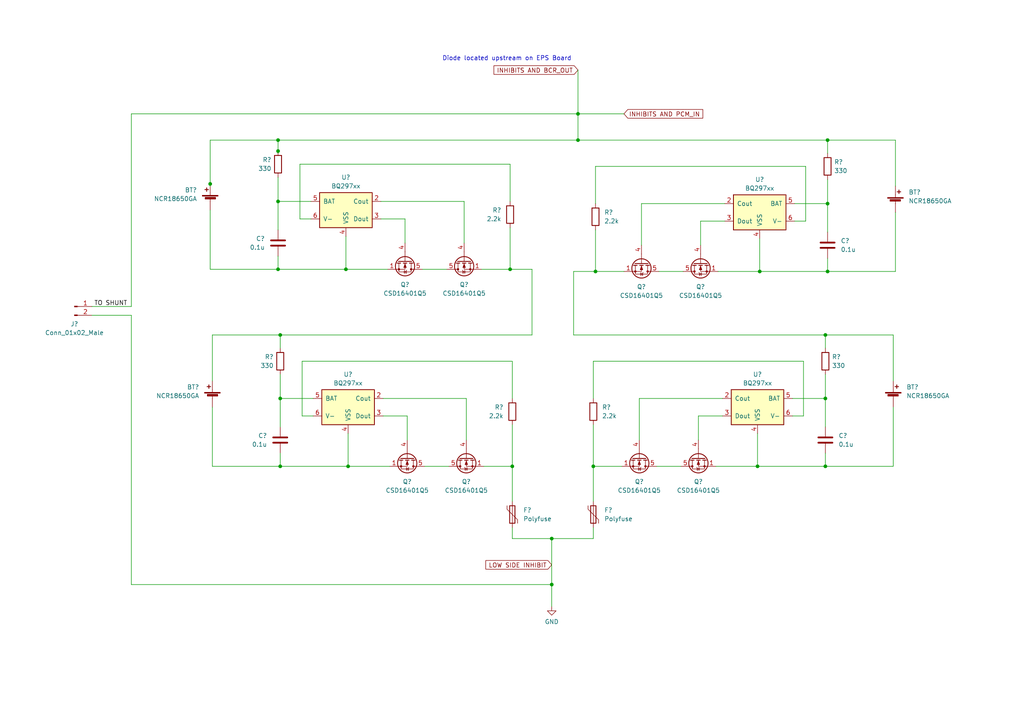
<source format=kicad_sch>
(kicad_sch (version 20211123) (generator eeschema)
  (paper "A4")
  (lib_symbols
    (symbol "Battery_Management:BQ297xy" (pin_names (offset 1.016))
      (property "Reference" "U" (at -6.35 6.35 0))
      (property "Value" "BQ297xy" (at 5.08 -6.35 0))
      (symbol "BQ297xy_0_1"
        (rectangle (start -7.62 5.08) (end 7.62 -5.08) (stroke (width 0.254)) (fill (type background)))
      )
      (symbol "BQ297xy_1_1"
        (pin no_connect line (at 7.62 0 180) (length 2.54) hide (name "NC") (number "1"))
        (pin output line (at 10.16 2.54 180) (length 2.54) (name "Cout") (number "2"))
        (pin output line (at 10.16 -2.54 180) (length 2.54) (name "Dout") (number "3"))
        (pin power_in line (at 0 -7.62 90) (length 2.54) (name "VSS") (number "4"))
        (pin input line (at -10.16 2.54 0) (length 2.54) (name "BAT") (number "5"))
        (pin input line (at -10.16 -2.54 0) (length 2.54) (name "V-") (number "6"))
      )
    )
    (symbol "Connector:Conn_01x02_Male" (pin_names (offset 1.016) hide)
      (property "Reference" "J" (at 0 2.54 0))
      (property "Value" "Conn_01x02_Male" (at 0 -5.08 0))
      (symbol "Conn_01x02_Male_1_1"
        (polyline (pts (xy 1.27 -2.54) (xy 0.8636 -2.54)) (stroke (width 0.1524)))
        (polyline (pts (xy 1.27 0) (xy 0.8636 0)) (stroke (width 0.1524)))
        (rectangle (start 0.8636 -2.413) (end 0 -2.667) (stroke (width 0.1524)) (fill (type outline)))
        (rectangle (start 0.8636 0.127) (end 0 -0.127) (stroke (width 0.1524)) (fill (type outline)))
        (pin passive line (at 5.08 0 180) (length 3.81) (name "Pin_1") (number "1"))
        (pin passive line (at 5.08 -2.54 180) (length 3.81) (name "Pin_2") (number "2"))
      )
    )
    (symbol "Device:Battery_Cell" (pin_numbers hide) (pin_names (offset 0) hide)
      (property "Reference" "BT" (at 2.54 2.54 0))
      (property "Value" "Battery_Cell" (at 2.54 0 0))
      (symbol "Battery_Cell_0_1"
        (rectangle (start -2.286 1.778) (end 2.286 1.524) (fill (type outline)))
        (rectangle (start -1.5748 1.1938) (end 1.4732 0.6858) (fill (type outline)))
        (polyline (pts (xy 0 0.762) (xy 0 0)))
        (polyline (pts (xy 0 1.778) (xy 0 2.54)))
        (polyline (pts (xy 0.508 3.429) (xy 1.524 3.429)) (stroke (width 0.254)))
        (polyline (pts (xy 1.016 3.937) (xy 1.016 2.921)) (stroke (width 0.254)))
      )
      (symbol "Battery_Cell_1_1"
        (pin passive line (at 0 5.08 270) (length 2.54) (name "+") (number "1"))
        (pin passive line (at 0 -2.54 90) (length 2.54) (name "-") (number "2"))
      )
    )
    (symbol "Device:C" (pin_numbers hide) (pin_names (offset 0.254))
      (property "Reference" "C" (at 0.635 2.54 0))
      (property "Value" "C" (at 0.635 -2.54 0))
      (symbol "C_0_1"
        (polyline (pts (xy -2.032 -0.762) (xy 2.032 -0.762)) (stroke (width 0.508)))
        (polyline (pts (xy -2.032 0.762) (xy 2.032 0.762)) (stroke (width 0.508)))
      )
      (symbol "C_1_1"
        (pin passive line (at 0 3.81 270) (length 2.794) (name "~") (number "1"))
        (pin passive line (at 0 -3.81 90) (length 2.794) (name "~") (number "2"))
      )
    )
    (symbol "Device:Polyfuse" (pin_numbers hide) (pin_names (offset 0))
      (property "Reference" "F" (at -2.54 0 90))
      (property "Value" "Polyfuse" (at 2.54 0 90))
      (symbol "Polyfuse_0_1"
        (rectangle (start -0.762 2.54) (end 0.762 -2.54) (stroke (width 0.254)))
        (polyline (pts (xy 0 2.54) (xy 0 -2.54)))
        (polyline (pts (xy -1.524 2.54) (xy -1.524 1.524) (xy 1.524 -1.524) (xy 1.524 -2.54)))
      )
      (symbol "Polyfuse_1_1"
        (pin passive line (at 0 3.81 270) (length 1.27) (name "~") (number "1"))
        (pin passive line (at 0 -3.81 90) (length 1.27) (name "~") (number "2"))
      )
    )
    (symbol "Device:R" (pin_numbers hide) (pin_names (offset 0))
      (property "Reference" "R" (at 2.032 0 90))
      (property "Value" "R" (at 0 0 90))
      (symbol "R_0_1"
        (rectangle (start -1.016 -2.54) (end 1.016 2.54) (stroke (width 0.254)))
      )
      (symbol "R_1_1"
        (pin passive line (at 0 3.81 270) (length 1.27) (name "~") (number "1"))
        (pin passive line (at 0 -3.81 90) (length 1.27) (name "~") (number "2"))
      )
    )
    (symbol "Transistor_FET:CSD16401Q5" (pin_names hide)
      (property "Reference" "Q" (at 5.08 1.905 0))
      (property "Value" "CSD16401Q5" (at 5.08 0 0))
      (symbol "CSD16401Q5_0_1"
        (polyline (pts (xy 0.254 0) (xy -2.54 0)))
        (polyline (pts (xy 0.254 1.905) (xy 0.254 -1.905)) (stroke (width 0.254)))
        (polyline (pts (xy 0.762 -1.27) (xy 0.762 -2.286)) (stroke (width 0.254)))
        (polyline (pts (xy 0.762 0.508) (xy 0.762 -0.508)) (stroke (width 0.254)))
        (polyline (pts (xy 0.762 2.286) (xy 0.762 1.27)) (stroke (width 0.254)))
        (polyline (pts (xy 2.54 2.54) (xy 2.54 1.778)))
        (polyline (pts (xy 2.54 -2.54) (xy 2.54 0) (xy 0.762 0)))
        (polyline (pts (xy 0.762 -1.778) (xy 3.302 -1.778) (xy 3.302 1.778) (xy 0.762 1.778)))
        (polyline (pts (xy 1.016 0) (xy 2.032 0.381) (xy 2.032 -0.381) (xy 1.016 0)) (fill (type outline)))
        (polyline (pts (xy 2.794 0.508) (xy 2.921 0.381) (xy 3.683 0.381) (xy 3.81 0.254)))
        (polyline (pts (xy 3.302 0.381) (xy 2.921 -0.254) (xy 3.683 -0.254) (xy 3.302 0.381)))
        (circle (center 1.651 0) (radius 2.794) (stroke (width 0.254)))
        (circle (center 2.54 -1.778) (radius 0.254) (fill (type outline)))
        (circle (center 2.54 1.778) (radius 0.254) (fill (type outline)))
      )
      (symbol "CSD16401Q5_1_1"
        (pin passive line (at 2.54 -5.08 90) (length 2.54) (name "S") (number "1"))
        (pin passive line (at 2.54 -5.08 90) (length 2.54) hide (name "S") (number "2"))
        (pin passive line (at 2.54 -5.08 90) (length 2.54) hide (name "S") (number "3"))
        (pin passive line (at -5.08 0 0) (length 2.54) (name "G") (number "4"))
        (pin passive line (at 2.54 5.08 270) (length 2.54) (name "D") (number "5"))
      )
    )
    (symbol "power:GND" (power) (pin_names (offset 0))
      (property "Value" "GND" (at 0 -3.81 0))
      (symbol "GND_0_1"
        (polyline (pts (xy 0 0) (xy 0 -1.27) (xy 1.27 -1.27) (xy 0 -2.54) (xy -1.27 -1.27) (xy 0 -1.27)))
      )
      (symbol "GND_1_1"
        (pin power_in line (at 0 0 270) (length 0) hide (name "GND") (number "1"))
      )
    )
  )
  (junction (at 239.395 115.57))
  (junction (at 240.03 59.055))
  (junction (at 81.28 115.57))
  (junction (at 172.085 135.255))
  (junction (at 240.03 78.74))
  (junction (at 160.02 156.21))
  (junction (at 219.71 135.255))
  (junction (at 80.645 43.815))
  (junction (at 160.02 169.545))
  (junction (at 167.64 33.02))
  (junction (at 148.59 135.255))
  (junction (at 167.64 40.64))
  (junction (at 81.28 97.155))
  (junction (at 80.645 78.105))
  (junction (at 240.03 40.64))
  (junction (at 147.955 78.105))
  (junction (at 100.965 135.255))
  (junction (at 60.96 53.34))
  (junction (at 100.33 78.105))
  (junction (at 239.395 97.155))
  (junction (at 239.395 135.255))
  (junction (at 81.28 135.255))
  (junction (at 80.645 40.64))
  (junction (at 220.345 78.74))
  (junction (at 172.72 78.74))
  (junction (at 80.645 58.42))
  (wire (pts (xy 100.33 68.58) (xy 100.33 78.105)))
  (wire (pts (xy 60.96 78.105) (xy 80.645 78.105)))
  (wire (pts (xy 87.63 120.65) (xy 90.805 120.65)))
  (wire (pts (xy 110.49 58.42) (xy 134.62 58.42)))
  (wire (pts (xy 209.55 115.57) (xy 185.42 115.57)))
  (wire (pts (xy 61.595 135.255) (xy 81.28 135.255)))
  (wire (pts (xy 172.72 78.74) (xy 180.975 78.74)))
  (wire (pts (xy 80.645 40.64) (xy 167.64 40.64)))
  (wire (pts (xy 259.715 40.64) (xy 240.03 40.64)))
  (wire (pts (xy 148.59 135.255) (xy 140.335 135.255)))
  (wire (pts (xy 90.805 115.57) (xy 81.28 115.57)))
  (wire (pts (xy 240.03 59.055) (xy 240.03 67.31)))
  (wire (pts (xy 167.64 20.32) (xy 167.64 33.02)))
  (wire (pts (xy 111.125 115.57) (xy 135.255 115.57)))
  (wire (pts (xy 191.135 78.74) (xy 198.12 78.74)))
  (wire (pts (xy 210.185 64.135) (xy 203.2 64.135)))
  (wire (pts (xy 207.645 135.255) (xy 219.71 135.255)))
  (wire (pts (xy 167.64 33.02) (xy 180.975 33.02)))
  (wire (pts (xy 81.28 115.57) (xy 81.28 123.825)))
  (wire (pts (xy 81.28 131.445) (xy 81.28 135.255)))
  (wire (pts (xy 80.645 74.295) (xy 80.645 78.105)))
  (wire (pts (xy 208.28 78.74) (xy 220.345 78.74)))
  (wire (pts (xy 112.395 78.105) (xy 100.33 78.105)))
  (wire (pts (xy 100.965 135.255) (xy 81.28 135.255)))
  (wire (pts (xy 233.68 64.135) (xy 230.505 64.135)))
  (wire (pts (xy 81.28 97.155) (xy 81.28 100.965)))
  (wire (pts (xy 172.085 135.255) (xy 172.085 145.415)))
  (wire (pts (xy 100.965 125.73) (xy 100.965 135.255)))
  (wire (pts (xy 154.305 78.105) (xy 154.305 97.155)))
  (wire (pts (xy 172.085 156.21) (xy 160.02 156.21)))
  (wire (pts (xy 172.72 66.675) (xy 172.72 78.74)))
  (wire (pts (xy 38.1 169.545) (xy 160.02 169.545)))
  (wire (pts (xy 60.96 40.64) (xy 60.96 53.34)))
  (wire (pts (xy 26.67 88.9) (xy 38.1 88.9)))
  (wire (pts (xy 80.645 58.42) (xy 80.645 66.675)))
  (wire (pts (xy 172.085 123.19) (xy 172.085 135.255)))
  (wire (pts (xy 240.03 74.93) (xy 240.03 78.74)))
  (wire (pts (xy 259.08 135.255) (xy 239.395 135.255)))
  (wire (pts (xy 209.55 120.65) (xy 202.565 120.65)))
  (wire (pts (xy 172.085 115.57) (xy 172.085 104.775)))
  (wire (pts (xy 172.085 153.035) (xy 172.085 156.21)))
  (wire (pts (xy 154.305 78.105) (xy 147.955 78.105)))
  (wire (pts (xy 202.565 120.65) (xy 202.565 127.635)))
  (wire (pts (xy 148.59 115.57) (xy 148.59 104.775)))
  (wire (pts (xy 230.505 59.055) (xy 240.03 59.055)))
  (wire (pts (xy 166.37 97.155) (xy 239.395 97.155)))
  (wire (pts (xy 160.02 156.21) (xy 160.02 169.545)))
  (wire (pts (xy 81.28 108.585) (xy 81.28 115.57)))
  (wire (pts (xy 210.185 59.055) (xy 186.055 59.055)))
  (wire (pts (xy 61.595 118.11) (xy 61.595 135.255)))
  (wire (pts (xy 61.595 97.155) (xy 81.28 97.155)))
  (wire (pts (xy 220.345 78.74) (xy 240.03 78.74)))
  (wire (pts (xy 166.37 78.74) (xy 172.72 78.74)))
  (wire (pts (xy 259.715 78.74) (xy 240.03 78.74)))
  (wire (pts (xy 172.72 48.26) (xy 233.68 48.26)))
  (wire (pts (xy 86.995 47.625) (xy 86.995 63.5)))
  (wire (pts (xy 233.045 104.775) (xy 233.045 120.65)))
  (wire (pts (xy 239.395 108.585) (xy 239.395 115.57)))
  (wire (pts (xy 129.54 78.105) (xy 122.555 78.105)))
  (wire (pts (xy 90.17 58.42) (xy 80.645 58.42)))
  (wire (pts (xy 147.955 66.04) (xy 147.955 78.105)))
  (wire (pts (xy 60.96 40.64) (xy 80.645 40.64)))
  (wire (pts (xy 148.59 104.775) (xy 87.63 104.775)))
  (wire (pts (xy 259.08 118.11) (xy 259.08 135.255)))
  (wire (pts (xy 185.42 115.57) (xy 185.42 127.635)))
  (wire (pts (xy 110.49 63.5) (xy 117.475 63.5)))
  (wire (pts (xy 38.1 91.44) (xy 38.1 169.545)))
  (wire (pts (xy 167.64 40.64) (xy 240.03 40.64)))
  (wire (pts (xy 148.59 153.035) (xy 148.59 156.21)))
  (wire (pts (xy 148.59 156.21) (xy 160.02 156.21)))
  (wire (pts (xy 239.395 115.57) (xy 239.395 123.825)))
  (wire (pts (xy 113.03 135.255) (xy 100.965 135.255)))
  (wire (pts (xy 259.08 97.155) (xy 259.08 110.49)))
  (wire (pts (xy 172.085 135.255) (xy 180.34 135.255)))
  (wire (pts (xy 148.59 135.255) (xy 148.59 145.415)))
  (wire (pts (xy 86.995 63.5) (xy 90.17 63.5)))
  (wire (pts (xy 240.03 40.64) (xy 240.03 44.45)))
  (wire (pts (xy 80.645 40.64) (xy 80.645 43.815)))
  (wire (pts (xy 259.08 97.155) (xy 239.395 97.155)))
  (wire (pts (xy 239.395 131.445) (xy 239.395 135.255)))
  (wire (pts (xy 38.1 33.02) (xy 167.64 33.02)))
  (wire (pts (xy 259.715 61.595) (xy 259.715 78.74)))
  (wire (pts (xy 100.33 78.105) (xy 80.645 78.105)))
  (wire (pts (xy 203.2 64.135) (xy 203.2 71.12)))
  (wire (pts (xy 229.87 115.57) (xy 239.395 115.57)))
  (wire (pts (xy 147.955 47.625) (xy 86.995 47.625)))
  (wire (pts (xy 117.475 63.5) (xy 117.475 70.485)))
  (wire (pts (xy 233.68 48.26) (xy 233.68 64.135)))
  (wire (pts (xy 134.62 58.42) (xy 134.62 70.485)))
  (wire (pts (xy 60.96 60.96) (xy 60.96 78.105)))
  (wire (pts (xy 160.02 169.545) (xy 160.02 175.895)))
  (wire (pts (xy 147.955 78.105) (xy 139.7 78.105)))
  (wire (pts (xy 259.715 40.64) (xy 259.715 53.975)))
  (wire (pts (xy 147.955 58.42) (xy 147.955 47.625)))
  (wire (pts (xy 219.71 135.255) (xy 239.395 135.255)))
  (wire (pts (xy 61.595 97.155) (xy 61.595 110.49)))
  (wire (pts (xy 60.96 53.34) (xy 60.96 53.975)))
  (wire (pts (xy 38.1 88.9) (xy 38.1 33.02)))
  (wire (pts (xy 148.59 123.19) (xy 148.59 135.255)))
  (wire (pts (xy 118.11 120.65) (xy 118.11 127.635)))
  (wire (pts (xy 80.645 51.435) (xy 80.645 58.42)))
  (wire (pts (xy 80.645 43.815) (xy 80.645 44.45)))
  (wire (pts (xy 172.085 104.775) (xy 233.045 104.775)))
  (wire (pts (xy 239.395 97.155) (xy 239.395 100.965)))
  (wire (pts (xy 87.63 104.775) (xy 87.63 120.65)))
  (wire (pts (xy 135.255 115.57) (xy 135.255 127.635)))
  (wire (pts (xy 130.175 135.255) (xy 123.19 135.255)))
  (wire (pts (xy 26.67 91.44) (xy 38.1 91.44)))
  (wire (pts (xy 190.5 135.255) (xy 197.485 135.255)))
  (wire (pts (xy 154.305 97.155) (xy 81.28 97.155)))
  (wire (pts (xy 186.055 59.055) (xy 186.055 71.12)))
  (wire (pts (xy 172.72 59.055) (xy 172.72 48.26)))
  (wire (pts (xy 167.64 40.64) (xy 167.64 33.02)))
  (wire (pts (xy 166.37 78.74) (xy 166.37 97.155)))
  (wire (pts (xy 220.345 69.215) (xy 220.345 78.74)))
  (wire (pts (xy 219.71 125.73) (xy 219.71 135.255)))
  (wire (pts (xy 233.045 120.65) (xy 229.87 120.65)))
  (wire (pts (xy 111.125 120.65) (xy 118.11 120.65)))
  (wire (pts (xy 240.03 52.07) (xy 240.03 59.055)))
  (text "Diode located upstream on EPS Board" (at 128.27 17.78 0) (effects (font (size 1.27 1.27)) (justify left bottom)))
  (label "TO SHUNT" (at 27.305 88.9 0))
  (global_label "INHIBITS AND BCR_OUT" (shape input) (at 167.64 20.32 180) (property "Intersheet References" "${INTERSHEET_REFS}" (effects hide)))
  (global_label "LOW SIDE INHIBIT" (shape input) (at 160.02 163.83 180) (property "Intersheet References" "${INTERSHEET_REFS}" (effects hide)))
  (global_label "INHIBITS AND PCM_IN" (shape input) (at 180.975 33.02 0) (property "Intersheet References" "${INTERSHEET_REFS}" (effects hide)))
  (symbol (lib_id "Device:R") (at 239.395 104.775 0) (unit 1)
    (property "Reference" "R?" (at 241.3 103.5049 0) (effects (justify left)))
    (property "Value" "330" (at 241.3 106.0449 0) (effects (justify left)))
  )
  (symbol (lib_id "Battery_Management:BQ297xy") (at 220.345 61.595 0) (mirror y) (unit 1)
    (property "Reference" "U?" (at 220.345 52.07 0))
    (property "Value" "BQ297xx" (at 220.345 54.61 0))
    (property "Footprint" "Package_SON:WSON-6_1.5x1.5mm_P0.5mm" (effects hide))
    (property "Datasheet" "http://www.ti.com/lit/ds/symlink/bq2970.pdf" (effects hide))
  )
  (symbol (lib_id "Device:Polyfuse") (at 148.59 149.225 0) (unit 1)
    (property "Reference" "F?" (at 151.765 147.9549 0) (effects (justify left)))
    (property "Value" "Polyfuse" (at 151.765 150.4949 0) (effects (justify left)))
  )
  (symbol (lib_id "Device:R") (at 172.72 62.865 0) (unit 1)
    (property "Reference" "R?" (at 175.26 61.5949 0) (effects (justify left)))
    (property "Value" "2.2k" (at 175.26 64.1349 0) (effects (justify left)))
  )
  (symbol (lib_id "Device:R") (at 80.645 47.625 0) (mirror y) (unit 1)
    (property "Reference" "R?" (at 78.74 46.3549 0) (effects (justify left)))
    (property "Value" "330" (at 78.74 48.8949 0) (effects (justify left)))
  )
  (symbol (lib_id "Device:R") (at 172.085 119.38 0) (unit 1)
    (property "Reference" "R?" (at 174.625 118.1099 0) (effects (justify left)))
    (property "Value" "2.2k" (at 174.625 120.6499 0) (effects (justify left)))
  )
  (symbol (lib_id "Device:Battery_Cell") (at 60.96 58.42 0) (mirror y) (unit 1)
    (property "Reference" "BT?" (at 57.15 55.1179 0) (effects (justify left)))
    (property "Value" "NCR18650GA" (at 57.15 57.6579 0) (effects (justify left)))
  )
  (symbol (lib_id "Device:Battery_Cell") (at 259.08 115.57 0) (unit 1)
    (property "Reference" "BT?" (at 262.89 112.2679 0) (effects (justify left)))
    (property "Value" "NCR18650GA" (at 262.89 114.8079 0) (effects (justify left)))
  )
  (symbol (lib_id "Transistor_FET:CSD16401Q5") (at 118.11 132.715 270) (unit 1)
    (property "Reference" "Q?" (at 118.11 139.7 90))
    (property "Value" "CSD16401Q5" (at 118.11 142.24 90))
    (property "Footprint" "Package_TO_SOT_SMD:TDSON-8-1" (effects hide))
    (property "Datasheet" "http://www.ti.com/lit/gpn/csd16401q5" (effects hide))
  )
  (symbol (lib_id "Battery_Management:BQ297xy") (at 100.965 118.11 0) (unit 1)
    (property "Reference" "U?" (at 100.965 108.585 0))
    (property "Value" "BQ297xx" (at 100.965 111.125 0))
    (property "Footprint" "Package_SON:WSON-6_1.5x1.5mm_P0.5mm" (effects hide))
    (property "Datasheet" "http://www.ti.com/lit/ds/symlink/bq2970.pdf" (effects hide))
  )
  (symbol (lib_id "Transistor_FET:CSD16401Q5") (at 203.2 76.2 90) (mirror x) (unit 1)
    (property "Reference" "Q?" (at 203.2 83.185 90))
    (property "Value" "CSD16401Q5" (at 203.2 85.725 90))
    (property "Footprint" "Package_TO_SOT_SMD:TDSON-8-1" (effects hide))
    (property "Datasheet" "http://www.ti.com/lit/gpn/csd16401q5" (effects hide))
  )
  (symbol (lib_id "Battery_Management:BQ297xy") (at 100.33 60.96 0) (unit 1)
    (property "Reference" "U?" (at 100.33 51.435 0))
    (property "Value" "BQ297xx" (at 100.33 53.975 0))
    (property "Footprint" "Package_SON:WSON-6_1.5x1.5mm_P0.5mm" (effects hide))
    (property "Datasheet" "http://www.ti.com/lit/ds/symlink/bq2970.pdf" (effects hide))
  )
  (symbol (lib_id "Battery_Management:BQ297xy") (at 219.71 118.11 0) (mirror y) (unit 1)
    (property "Reference" "U?" (at 219.71 108.585 0))
    (property "Value" "BQ297xx" (at 219.71 111.125 0))
    (property "Footprint" "Package_SON:WSON-6_1.5x1.5mm_P0.5mm" (effects hide))
    (property "Datasheet" "http://www.ti.com/lit/ds/symlink/bq2970.pdf" (effects hide))
  )
  (symbol (lib_id "Transistor_FET:CSD16401Q5") (at 134.62 75.565 90) (mirror x) (unit 1)
    (property "Reference" "Q?" (at 134.62 82.55 90))
    (property "Value" "CSD16401Q5" (at 134.62 85.09 90))
    (property "Footprint" "Package_TO_SOT_SMD:TDSON-8-1" (effects hide))
    (property "Datasheet" "http://www.ti.com/lit/gpn/csd16401q5" (effects hide))
  )
  (symbol (lib_id "Device:R") (at 147.955 62.23 0) (mirror y) (unit 1)
    (property "Reference" "R?" (at 145.415 60.9599 0) (effects (justify left)))
    (property "Value" "2.2k" (at 145.415 63.4999 0) (effects (justify left)))
  )
  (symbol (lib_id "Device:Battery_Cell") (at 259.715 59.055 0) (unit 1)
    (property "Reference" "BT?" (at 263.525 55.7529 0) (effects (justify left)))
    (property "Value" "NCR18650GA" (at 263.525 58.2929 0) (effects (justify left)))
  )
  (symbol (lib_id "Device:Battery_Cell") (at 61.595 115.57 0) (mirror y) (unit 1)
    (property "Reference" "BT?" (at 57.785 112.2679 0) (effects (justify left)))
    (property "Value" "NCR18650GA" (at 57.785 114.8079 0) (effects (justify left)))
  )
  (symbol (lib_id "Transistor_FET:CSD16401Q5") (at 185.42 132.715 270) (unit 1)
    (property "Reference" "Q?" (at 185.42 139.7 90))
    (property "Value" "CSD16401Q5" (at 185.42 142.24 90))
    (property "Footprint" "Package_TO_SOT_SMD:TDSON-8-1" (effects hide))
    (property "Datasheet" "http://www.ti.com/lit/gpn/csd16401q5" (effects hide))
  )
  (symbol (lib_id "Transistor_FET:CSD16401Q5") (at 186.055 76.2 270) (unit 1)
    (property "Reference" "Q?" (at 186.055 83.185 90))
    (property "Value" "CSD16401Q5" (at 186.055 85.725 90))
    (property "Footprint" "Package_TO_SOT_SMD:TDSON-8-1" (effects hide))
    (property "Datasheet" "http://www.ti.com/lit/gpn/csd16401q5" (effects hide))
  )
  (symbol (lib_id "Device:C") (at 80.645 70.485 0) (mirror x) (unit 1)
    (property "Reference" "C?" (at 76.835 69.2149 0) (effects (justify right)))
    (property "Value" "0.1u" (at 76.835 71.7549 0) (effects (justify right)))
  )
  (symbol (lib_id "Device:C") (at 239.395 127.635 180) (unit 1)
    (property "Reference" "C?" (at 243.205 126.3649 0) (effects (justify right)))
    (property "Value" "0.1u" (at 243.205 128.9049 0) (effects (justify right)))
  )
  (symbol (lib_id "Transistor_FET:CSD16401Q5") (at 117.475 75.565 270) (unit 1)
    (property "Reference" "Q?" (at 117.475 82.55 90))
    (property "Value" "CSD16401Q5" (at 117.475 85.09 90))
    (property "Footprint" "Package_TO_SOT_SMD:TDSON-8-1" (effects hide))
    (property "Datasheet" "http://www.ti.com/lit/gpn/csd16401q5" (effects hide))
  )
  (symbol (lib_id "Device:R") (at 240.03 48.26 0) (unit 1)
    (property "Reference" "R?" (at 241.935 46.9899 0) (effects (justify left)))
    (property "Value" "330" (at 241.935 49.5299 0) (effects (justify left)))
  )
  (symbol (lib_id "Connector:Conn_01x02_Male") (at 21.59 88.9 0) (unit 1)
    (property "Reference" "J?" (at 21.59 93.98 0))
    (property "Value" "Conn_01x02_Male" (at 21.59 96.52 0))
  )
  (symbol (lib_id "Device:Polyfuse") (at 172.085 149.225 0) (unit 1)
    (property "Reference" "F?" (at 175.26 147.9549 0) (effects (justify left)))
    (property "Value" "Polyfuse" (at 175.26 150.4949 0) (effects (justify left)))
  )
  (symbol (lib_id "Device:C") (at 240.03 71.12 180) (unit 1)
    (property "Reference" "C?" (at 243.84 69.8499 0) (effects (justify right)))
    (property "Value" "0.1u" (at 243.84 72.3899 0) (effects (justify right)))
  )
  (symbol (lib_id "Device:R") (at 148.59 119.38 0) (mirror y) (unit 1)
    (property "Reference" "R?" (at 146.05 118.1099 0) (effects (justify left)))
    (property "Value" "2.2k" (at 146.05 120.6499 0) (effects (justify left)))
  )
  (symbol (lib_id "Transistor_FET:CSD16401Q5") (at 202.565 132.715 90) (mirror x) (unit 1)
    (property "Reference" "Q?" (at 202.565 139.7 90))
    (property "Value" "CSD16401Q5" (at 202.565 142.24 90))
    (property "Footprint" "Package_TO_SOT_SMD:TDSON-8-1" (effects hide))
    (property "Datasheet" "http://www.ti.com/lit/gpn/csd16401q5" (effects hide))
  )
  (symbol (lib_id "Device:R") (at 81.28 104.775 0) (mirror y) (unit 1)
    (property "Reference" "R?" (at 79.375 103.5049 0) (effects (justify left)))
    (property "Value" "330" (at 79.375 106.0449 0) (effects (justify left)))
  )
  (symbol (lib_id "Device:C") (at 81.28 127.635 0) (mirror x) (unit 1)
    (property "Reference" "C?" (at 77.47 126.3649 0) (effects (justify right)))
    (property "Value" "0.1u" (at 77.47 128.9049 0) (effects (justify right)))
  )
  (symbol (lib_id "Transistor_FET:CSD16401Q5") (at 135.255 132.715 90) (mirror x) (unit 1)
    (property "Reference" "Q?" (at 135.255 139.7 90))
    (property "Value" "CSD16401Q5" (at 135.255 142.24 90))
    (property "Footprint" "Package_TO_SOT_SMD:TDSON-8-1" (effects hide))
    (property "Datasheet" "http://www.ti.com/lit/gpn/csd16401q5" (effects hide))
  )
  (symbol (lib_id "power:GND") (at 160.02 175.895 0) (unit 1)
    (property "Reference" "#PWR?" (effects hide))
    (property "Value" "GND" (at 160.02 180.34 0))
  )
)
</source>
